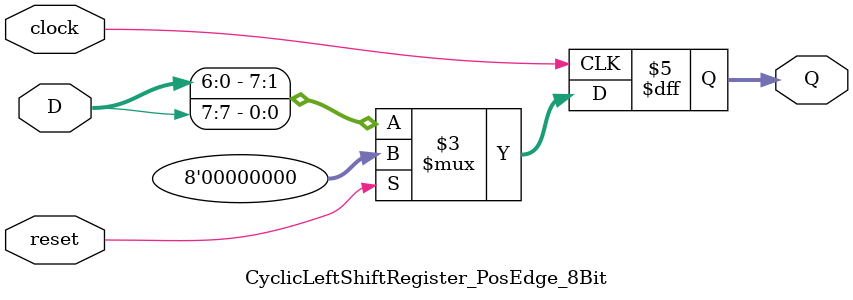
<source format=v>
module CyclicLeftShiftRegister_PosEdge_8Bit (clock, reset, D, Q);
    input clock;
    input reset;
    input [7:0] D;
    output reg [7:0] Q;

    always @(posedge clock)
    begin
        if (reset)
            Q <= 8'b00000000;
        else
            Q <= {D[6:0], D[7]};        
    end
endmodule

</source>
